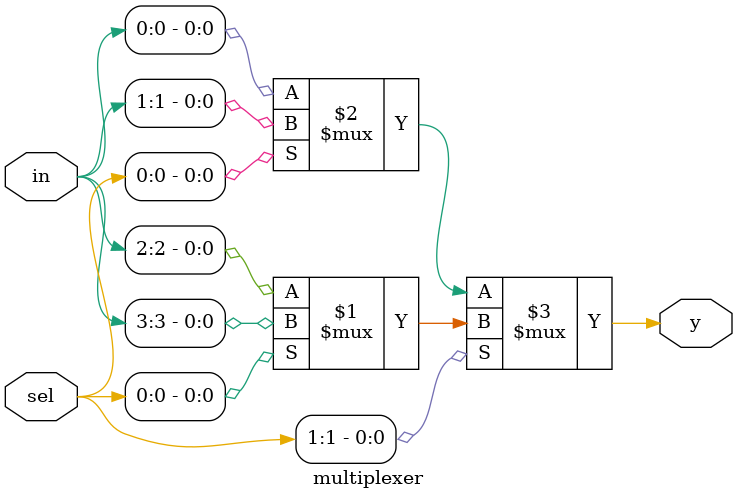
<source format=v>
module multiplexer (input [3:0]in,input [1:0]sel,output y);
  assign y=sel[1]?(sel[0]?in[3]:in[2]):(sel[0]?in[1]:in[0]);
endmodule


/*
module multiplexer (input [3:0]in,input [1:0]sel,output reg y);
  always@(*)
    begin
      case
        2'b00:y=in[0];
        2'b01:y=in[1];
        2'b10:y=in[2];
        2'b11:y=in[3];
      endcase
    end
endmodule
*/

</source>
